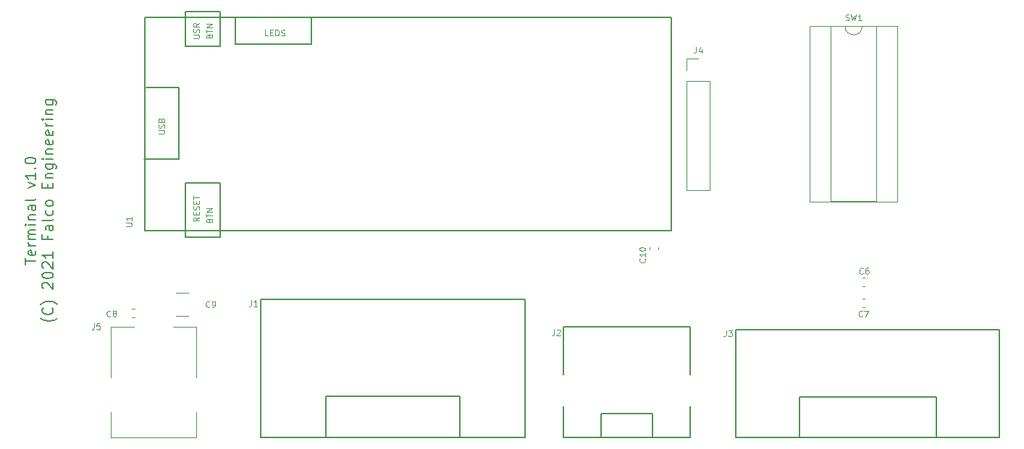
<source format=gto>
G04 #@! TF.GenerationSoftware,KiCad,Pcbnew,5.1.9-1.fc33*
G04 #@! TF.CreationDate,2021-03-13T13:31:44-05:00*
G04 #@! TF.ProjectId,terminal,7465726d-696e-4616-9c2e-6b696361645f,rev?*
G04 #@! TF.SameCoordinates,Original*
G04 #@! TF.FileFunction,Legend,Top*
G04 #@! TF.FilePolarity,Positive*
%FSLAX46Y46*%
G04 Gerber Fmt 4.6, Leading zero omitted, Abs format (unit mm)*
G04 Created by KiCad (PCBNEW 5.1.9-1.fc33) date 2021-03-13 13:31:44*
%MOMM*%
%LPD*%
G01*
G04 APERTURE LIST*
%ADD10C,0.150000*%
%ADD11C,0.120000*%
%ADD12C,0.127000*%
%ADD13C,0.152400*%
%ADD14C,0.100000*%
G04 APERTURE END LIST*
D10*
X36002976Y-129709523D02*
X36002976Y-128995238D01*
X37252976Y-129352380D02*
X36002976Y-129352380D01*
X37193452Y-128102380D02*
X37252976Y-128221428D01*
X37252976Y-128459523D01*
X37193452Y-128578571D01*
X37074404Y-128638095D01*
X36598214Y-128638095D01*
X36479166Y-128578571D01*
X36419642Y-128459523D01*
X36419642Y-128221428D01*
X36479166Y-128102380D01*
X36598214Y-128042857D01*
X36717261Y-128042857D01*
X36836309Y-128638095D01*
X37252976Y-127507142D02*
X36419642Y-127507142D01*
X36657738Y-127507142D02*
X36538690Y-127447619D01*
X36479166Y-127388095D01*
X36419642Y-127269047D01*
X36419642Y-127150000D01*
X37252976Y-126733333D02*
X36419642Y-126733333D01*
X36538690Y-126733333D02*
X36479166Y-126673809D01*
X36419642Y-126554761D01*
X36419642Y-126376190D01*
X36479166Y-126257142D01*
X36598214Y-126197619D01*
X37252976Y-126197619D01*
X36598214Y-126197619D02*
X36479166Y-126138095D01*
X36419642Y-126019047D01*
X36419642Y-125840476D01*
X36479166Y-125721428D01*
X36598214Y-125661904D01*
X37252976Y-125661904D01*
X37252976Y-125066666D02*
X36419642Y-125066666D01*
X36002976Y-125066666D02*
X36062500Y-125126190D01*
X36122023Y-125066666D01*
X36062500Y-125007142D01*
X36002976Y-125066666D01*
X36122023Y-125066666D01*
X36419642Y-124471428D02*
X37252976Y-124471428D01*
X36538690Y-124471428D02*
X36479166Y-124411904D01*
X36419642Y-124292857D01*
X36419642Y-124114285D01*
X36479166Y-123995238D01*
X36598214Y-123935714D01*
X37252976Y-123935714D01*
X37252976Y-122804761D02*
X36598214Y-122804761D01*
X36479166Y-122864285D01*
X36419642Y-122983333D01*
X36419642Y-123221428D01*
X36479166Y-123340476D01*
X37193452Y-122804761D02*
X37252976Y-122923809D01*
X37252976Y-123221428D01*
X37193452Y-123340476D01*
X37074404Y-123400000D01*
X36955357Y-123400000D01*
X36836309Y-123340476D01*
X36776785Y-123221428D01*
X36776785Y-122923809D01*
X36717261Y-122804761D01*
X37252976Y-122030952D02*
X37193452Y-122150000D01*
X37074404Y-122209523D01*
X36002976Y-122209523D01*
X36419642Y-120721428D02*
X37252976Y-120423809D01*
X36419642Y-120126190D01*
X37252976Y-118995238D02*
X37252976Y-119709523D01*
X37252976Y-119352380D02*
X36002976Y-119352380D01*
X36181547Y-119471428D01*
X36300595Y-119590476D01*
X36360119Y-119709523D01*
X37133928Y-118459523D02*
X37193452Y-118400000D01*
X37252976Y-118459523D01*
X37193452Y-118519047D01*
X37133928Y-118459523D01*
X37252976Y-118459523D01*
X36002976Y-117626190D02*
X36002976Y-117507142D01*
X36062500Y-117388095D01*
X36122023Y-117328571D01*
X36241071Y-117269047D01*
X36479166Y-117209523D01*
X36776785Y-117209523D01*
X37014880Y-117269047D01*
X37133928Y-117328571D01*
X37193452Y-117388095D01*
X37252976Y-117507142D01*
X37252976Y-117626190D01*
X37193452Y-117745238D01*
X37133928Y-117804761D01*
X37014880Y-117864285D01*
X36776785Y-117923809D01*
X36479166Y-117923809D01*
X36241071Y-117864285D01*
X36122023Y-117804761D01*
X36062500Y-117745238D01*
X36002976Y-117626190D01*
X39754166Y-135989285D02*
X39694642Y-136048809D01*
X39516071Y-136167857D01*
X39397023Y-136227380D01*
X39218452Y-136286904D01*
X38920833Y-136346428D01*
X38682738Y-136346428D01*
X38385119Y-136286904D01*
X38206547Y-136227380D01*
X38087500Y-136167857D01*
X37908928Y-136048809D01*
X37849404Y-135989285D01*
X39158928Y-134798809D02*
X39218452Y-134858333D01*
X39277976Y-135036904D01*
X39277976Y-135155952D01*
X39218452Y-135334523D01*
X39099404Y-135453571D01*
X38980357Y-135513095D01*
X38742261Y-135572619D01*
X38563690Y-135572619D01*
X38325595Y-135513095D01*
X38206547Y-135453571D01*
X38087500Y-135334523D01*
X38027976Y-135155952D01*
X38027976Y-135036904D01*
X38087500Y-134858333D01*
X38147023Y-134798809D01*
X39754166Y-134382142D02*
X39694642Y-134322619D01*
X39516071Y-134203571D01*
X39397023Y-134144047D01*
X39218452Y-134084523D01*
X38920833Y-134025000D01*
X38682738Y-134025000D01*
X38385119Y-134084523D01*
X38206547Y-134144047D01*
X38087500Y-134203571D01*
X37908928Y-134322619D01*
X37849404Y-134382142D01*
X38147023Y-132536904D02*
X38087500Y-132477380D01*
X38027976Y-132358333D01*
X38027976Y-132060714D01*
X38087500Y-131941666D01*
X38147023Y-131882142D01*
X38266071Y-131822619D01*
X38385119Y-131822619D01*
X38563690Y-131882142D01*
X39277976Y-132596428D01*
X39277976Y-131822619D01*
X38027976Y-131048809D02*
X38027976Y-130929761D01*
X38087500Y-130810714D01*
X38147023Y-130751190D01*
X38266071Y-130691666D01*
X38504166Y-130632142D01*
X38801785Y-130632142D01*
X39039880Y-130691666D01*
X39158928Y-130751190D01*
X39218452Y-130810714D01*
X39277976Y-130929761D01*
X39277976Y-131048809D01*
X39218452Y-131167857D01*
X39158928Y-131227380D01*
X39039880Y-131286904D01*
X38801785Y-131346428D01*
X38504166Y-131346428D01*
X38266071Y-131286904D01*
X38147023Y-131227380D01*
X38087500Y-131167857D01*
X38027976Y-131048809D01*
X38147023Y-130155952D02*
X38087500Y-130096428D01*
X38027976Y-129977380D01*
X38027976Y-129679761D01*
X38087500Y-129560714D01*
X38147023Y-129501190D01*
X38266071Y-129441666D01*
X38385119Y-129441666D01*
X38563690Y-129501190D01*
X39277976Y-130215476D01*
X39277976Y-129441666D01*
X39277976Y-128251190D02*
X39277976Y-128965476D01*
X39277976Y-128608333D02*
X38027976Y-128608333D01*
X38206547Y-128727380D01*
X38325595Y-128846428D01*
X38385119Y-128965476D01*
X38623214Y-126346428D02*
X38623214Y-126763095D01*
X39277976Y-126763095D02*
X38027976Y-126763095D01*
X38027976Y-126167857D01*
X39277976Y-125155952D02*
X38623214Y-125155952D01*
X38504166Y-125215476D01*
X38444642Y-125334523D01*
X38444642Y-125572619D01*
X38504166Y-125691666D01*
X39218452Y-125155952D02*
X39277976Y-125275000D01*
X39277976Y-125572619D01*
X39218452Y-125691666D01*
X39099404Y-125751190D01*
X38980357Y-125751190D01*
X38861309Y-125691666D01*
X38801785Y-125572619D01*
X38801785Y-125275000D01*
X38742261Y-125155952D01*
X39277976Y-124382142D02*
X39218452Y-124501190D01*
X39099404Y-124560714D01*
X38027976Y-124560714D01*
X39218452Y-123370238D02*
X39277976Y-123489285D01*
X39277976Y-123727380D01*
X39218452Y-123846428D01*
X39158928Y-123905952D01*
X39039880Y-123965476D01*
X38682738Y-123965476D01*
X38563690Y-123905952D01*
X38504166Y-123846428D01*
X38444642Y-123727380D01*
X38444642Y-123489285D01*
X38504166Y-123370238D01*
X39277976Y-122655952D02*
X39218452Y-122775000D01*
X39158928Y-122834523D01*
X39039880Y-122894047D01*
X38682738Y-122894047D01*
X38563690Y-122834523D01*
X38504166Y-122775000D01*
X38444642Y-122655952D01*
X38444642Y-122477380D01*
X38504166Y-122358333D01*
X38563690Y-122298809D01*
X38682738Y-122239285D01*
X39039880Y-122239285D01*
X39158928Y-122298809D01*
X39218452Y-122358333D01*
X39277976Y-122477380D01*
X39277976Y-122655952D01*
X38623214Y-120751190D02*
X38623214Y-120334523D01*
X39277976Y-120155952D02*
X39277976Y-120751190D01*
X38027976Y-120751190D01*
X38027976Y-120155952D01*
X38444642Y-119620238D02*
X39277976Y-119620238D01*
X38563690Y-119620238D02*
X38504166Y-119560714D01*
X38444642Y-119441666D01*
X38444642Y-119263095D01*
X38504166Y-119144047D01*
X38623214Y-119084523D01*
X39277976Y-119084523D01*
X38444642Y-117953571D02*
X39456547Y-117953571D01*
X39575595Y-118013095D01*
X39635119Y-118072619D01*
X39694642Y-118191666D01*
X39694642Y-118370238D01*
X39635119Y-118489285D01*
X39218452Y-117953571D02*
X39277976Y-118072619D01*
X39277976Y-118310714D01*
X39218452Y-118429761D01*
X39158928Y-118489285D01*
X39039880Y-118548809D01*
X38682738Y-118548809D01*
X38563690Y-118489285D01*
X38504166Y-118429761D01*
X38444642Y-118310714D01*
X38444642Y-118072619D01*
X38504166Y-117953571D01*
X39277976Y-117358333D02*
X38444642Y-117358333D01*
X38027976Y-117358333D02*
X38087500Y-117417857D01*
X38147023Y-117358333D01*
X38087500Y-117298809D01*
X38027976Y-117358333D01*
X38147023Y-117358333D01*
X38444642Y-116763095D02*
X39277976Y-116763095D01*
X38563690Y-116763095D02*
X38504166Y-116703571D01*
X38444642Y-116584523D01*
X38444642Y-116405952D01*
X38504166Y-116286904D01*
X38623214Y-116227380D01*
X39277976Y-116227380D01*
X39218452Y-115155952D02*
X39277976Y-115275000D01*
X39277976Y-115513095D01*
X39218452Y-115632142D01*
X39099404Y-115691666D01*
X38623214Y-115691666D01*
X38504166Y-115632142D01*
X38444642Y-115513095D01*
X38444642Y-115275000D01*
X38504166Y-115155952D01*
X38623214Y-115096428D01*
X38742261Y-115096428D01*
X38861309Y-115691666D01*
X39218452Y-114084523D02*
X39277976Y-114203571D01*
X39277976Y-114441666D01*
X39218452Y-114560714D01*
X39099404Y-114620238D01*
X38623214Y-114620238D01*
X38504166Y-114560714D01*
X38444642Y-114441666D01*
X38444642Y-114203571D01*
X38504166Y-114084523D01*
X38623214Y-114025000D01*
X38742261Y-114025000D01*
X38861309Y-114620238D01*
X39277976Y-113489285D02*
X38444642Y-113489285D01*
X38682738Y-113489285D02*
X38563690Y-113429761D01*
X38504166Y-113370238D01*
X38444642Y-113251190D01*
X38444642Y-113132142D01*
X39277976Y-112715476D02*
X38444642Y-112715476D01*
X38027976Y-112715476D02*
X38087500Y-112775000D01*
X38147023Y-112715476D01*
X38087500Y-112655952D01*
X38027976Y-112715476D01*
X38147023Y-112715476D01*
X38444642Y-112120238D02*
X39277976Y-112120238D01*
X38563690Y-112120238D02*
X38504166Y-112060714D01*
X38444642Y-111941666D01*
X38444642Y-111763095D01*
X38504166Y-111644047D01*
X38623214Y-111584523D01*
X39277976Y-111584523D01*
X38444642Y-110453571D02*
X39456547Y-110453571D01*
X39575595Y-110513095D01*
X39635119Y-110572619D01*
X39694642Y-110691666D01*
X39694642Y-110870238D01*
X39635119Y-110989285D01*
X39218452Y-110453571D02*
X39277976Y-110572619D01*
X39277976Y-110810714D01*
X39218452Y-110929761D01*
X39158928Y-110989285D01*
X39039880Y-111048809D01*
X38682738Y-111048809D01*
X38563690Y-110989285D01*
X38504166Y-110929761D01*
X38444642Y-110810714D01*
X38444642Y-110572619D01*
X38504166Y-110453571D01*
D11*
G04 #@! TO.C,J5*
X46000000Y-142950000D02*
X46000000Y-137000000D01*
X46000000Y-137000000D02*
X48700000Y-137000000D01*
X53300000Y-137000000D02*
X56000000Y-137000000D01*
X56000000Y-137000000D02*
X56000000Y-142950000D01*
X56000000Y-147050000D02*
X56000000Y-150000000D01*
X56000000Y-150000000D02*
X46000000Y-150000000D01*
X46000000Y-150000000D02*
X46000000Y-147050000D01*
D12*
G04 #@! TO.C,J3*
X142521000Y-145250000D02*
X142521000Y-150000000D01*
X126521000Y-145250000D02*
X142521000Y-145250000D01*
X126521000Y-150000000D02*
X126521000Y-145250000D01*
X119116000Y-137400000D02*
X119116000Y-150000000D01*
X149926000Y-137400000D02*
X149926000Y-150000000D01*
X149926000Y-137400000D02*
X119116000Y-137400000D01*
X149926000Y-150000000D02*
X119116000Y-150000000D01*
D13*
G04 #@! TO.C,J2*
X98927000Y-137000000D02*
X98927000Y-142600000D01*
X98927000Y-150000000D02*
X98927000Y-146300000D01*
X113727000Y-137000000D02*
X113727000Y-142600000D01*
X113727000Y-150000000D02*
X113727000Y-146300000D01*
D12*
X98927000Y-137000000D02*
X113727000Y-137000000D01*
X113727000Y-150000000D02*
X98927000Y-150000000D01*
X109327000Y-150000000D02*
X109327000Y-147150000D01*
X109327000Y-147150000D02*
X103327000Y-147150000D01*
X103327000Y-147150000D02*
X103327000Y-150000000D01*
G04 #@! TO.C,J1*
X63580000Y-133780000D02*
X63580000Y-150000000D01*
X94420000Y-133780000D02*
X63580000Y-133780000D01*
X94420000Y-150000000D02*
X94420000Y-133780000D01*
X63580000Y-150000000D02*
X94420000Y-150000000D01*
X71200000Y-150000000D02*
X71200000Y-145170000D01*
X71200000Y-145170000D02*
X86800000Y-145170000D01*
X86800000Y-145170000D02*
X86800000Y-150000000D01*
G04 #@! TO.C,U1*
X69516000Y-103892000D02*
X69516000Y-100844000D01*
X60626000Y-103892000D02*
X69516000Y-103892000D01*
X60626000Y-100844000D02*
X60626000Y-103892000D01*
X54784000Y-120148000D02*
X54784000Y-126498000D01*
X58848000Y-120148000D02*
X54784000Y-120148000D01*
X58848000Y-126498000D02*
X58848000Y-120148000D01*
X54784000Y-126498000D02*
X58848000Y-126498000D01*
X58848000Y-104146000D02*
X58848000Y-100082000D01*
X54784000Y-104146000D02*
X58848000Y-104146000D01*
X54784000Y-100082000D02*
X54784000Y-104146000D01*
X58848000Y-100082000D02*
X54784000Y-100082000D01*
X54022000Y-108972000D02*
X50212000Y-108972000D01*
X54022000Y-117354000D02*
X54022000Y-108972000D01*
X49958000Y-117354000D02*
X54022000Y-117354000D01*
X50034200Y-125786800D02*
X50034200Y-100773642D01*
X50034200Y-100786342D02*
X111527600Y-100786342D01*
X111527600Y-100786342D02*
X111527600Y-125786800D01*
X111527600Y-125786800D02*
X50034200Y-125786800D01*
D11*
G04 #@! TO.C,C6*
X133891233Y-131290000D02*
X134183767Y-131290000D01*
X133891233Y-132310000D02*
X134183767Y-132310000D01*
G04 #@! TO.C,C7*
X133891233Y-133690000D02*
X134183767Y-133690000D01*
X133891233Y-134710000D02*
X134183767Y-134710000D01*
G04 #@! TO.C,C8*
X48808767Y-134890000D02*
X48516233Y-134890000D01*
X48808767Y-135910000D02*
X48516233Y-135910000D01*
G04 #@! TO.C,C9*
X53651248Y-135760000D02*
X55073752Y-135760000D01*
X53651248Y-133040000D02*
X55073752Y-133040000D01*
G04 #@! TO.C,J4*
X113370000Y-105650000D02*
X114700000Y-105650000D01*
X113370000Y-106980000D02*
X113370000Y-105650000D01*
X113370000Y-108250000D02*
X116030000Y-108250000D01*
X116030000Y-108250000D02*
X116030000Y-121010000D01*
X113370000Y-108250000D02*
X113370000Y-121010000D01*
X113370000Y-121010000D02*
X116030000Y-121010000D01*
G04 #@! TO.C,SW1*
X138020000Y-101770000D02*
X127740000Y-101770000D01*
X138020000Y-122330000D02*
X138020000Y-101770000D01*
X127740000Y-122330000D02*
X138020000Y-122330000D01*
X127740000Y-101770000D02*
X127740000Y-122330000D01*
X135530000Y-101830000D02*
X133880000Y-101830000D01*
X135530000Y-122270000D02*
X135530000Y-101830000D01*
X130230000Y-122270000D02*
X135530000Y-122270000D01*
X130230000Y-101830000D02*
X130230000Y-122270000D01*
X131880000Y-101830000D02*
X130230000Y-101830000D01*
X133880000Y-101830000D02*
G75*
G02*
X131880000Y-101830000I-1000000J0D01*
G01*
G04 #@! TO.C,C10*
X110010000Y-127691233D02*
X110010000Y-127983767D01*
X108990000Y-127691233D02*
X108990000Y-127983767D01*
G04 #@! TO.C,J5*
D14*
X44066666Y-136616666D02*
X44066666Y-137116666D01*
X44033333Y-137216666D01*
X43966666Y-137283333D01*
X43866666Y-137316666D01*
X43800000Y-137316666D01*
X44733333Y-136616666D02*
X44400000Y-136616666D01*
X44366666Y-136950000D01*
X44400000Y-136916666D01*
X44466666Y-136883333D01*
X44633333Y-136883333D01*
X44700000Y-136916666D01*
X44733333Y-136950000D01*
X44766666Y-137016666D01*
X44766666Y-137183333D01*
X44733333Y-137250000D01*
X44700000Y-137283333D01*
X44633333Y-137316666D01*
X44466666Y-137316666D01*
X44400000Y-137283333D01*
X44366666Y-137250000D01*
G04 #@! TO.C,J3*
X117966666Y-137416666D02*
X117966666Y-137916666D01*
X117933333Y-138016666D01*
X117866666Y-138083333D01*
X117766666Y-138116666D01*
X117700000Y-138116666D01*
X118233333Y-137416666D02*
X118666666Y-137416666D01*
X118433333Y-137683333D01*
X118533333Y-137683333D01*
X118600000Y-137716666D01*
X118633333Y-137750000D01*
X118666666Y-137816666D01*
X118666666Y-137983333D01*
X118633333Y-138050000D01*
X118600000Y-138083333D01*
X118533333Y-138116666D01*
X118333333Y-138116666D01*
X118266666Y-138083333D01*
X118233333Y-138050000D01*
G04 #@! TO.C,J2*
X97866666Y-137316666D02*
X97866666Y-137816666D01*
X97833333Y-137916666D01*
X97766666Y-137983333D01*
X97666666Y-138016666D01*
X97600000Y-138016666D01*
X98166666Y-137383333D02*
X98200000Y-137350000D01*
X98266666Y-137316666D01*
X98433333Y-137316666D01*
X98500000Y-137350000D01*
X98533333Y-137383333D01*
X98566666Y-137450000D01*
X98566666Y-137516666D01*
X98533333Y-137616666D01*
X98133333Y-138016666D01*
X98566666Y-138016666D01*
G04 #@! TO.C,J1*
X62466666Y-133916666D02*
X62466666Y-134416666D01*
X62433333Y-134516666D01*
X62366666Y-134583333D01*
X62266666Y-134616666D01*
X62200000Y-134616666D01*
X63166666Y-134616666D02*
X62766666Y-134616666D01*
X62966666Y-134616666D02*
X62966666Y-133916666D01*
X62900000Y-134016666D01*
X62833333Y-134083333D01*
X62766666Y-134116666D01*
G04 #@! TO.C,U1*
X47796666Y-125253333D02*
X48363333Y-125253333D01*
X48430000Y-125220000D01*
X48463333Y-125186666D01*
X48496666Y-125120000D01*
X48496666Y-124986666D01*
X48463333Y-124920000D01*
X48430000Y-124886666D01*
X48363333Y-124853333D01*
X47796666Y-124853333D01*
X48496666Y-124153333D02*
X48496666Y-124553333D01*
X48496666Y-124353333D02*
X47796666Y-124353333D01*
X47896666Y-124420000D01*
X47963333Y-124486666D01*
X47996666Y-124553333D01*
X64414666Y-102938666D02*
X64081333Y-102938666D01*
X64081333Y-102238666D01*
X64648000Y-102572000D02*
X64881333Y-102572000D01*
X64981333Y-102938666D02*
X64648000Y-102938666D01*
X64648000Y-102238666D01*
X64981333Y-102238666D01*
X65281333Y-102938666D02*
X65281333Y-102238666D01*
X65448000Y-102238666D01*
X65548000Y-102272000D01*
X65614666Y-102338666D01*
X65648000Y-102405333D01*
X65681333Y-102538666D01*
X65681333Y-102638666D01*
X65648000Y-102772000D01*
X65614666Y-102838666D01*
X65548000Y-102905333D01*
X65448000Y-102938666D01*
X65281333Y-102938666D01*
X65948000Y-102905333D02*
X66048000Y-102938666D01*
X66214666Y-102938666D01*
X66281333Y-102905333D01*
X66314666Y-102872000D01*
X66348000Y-102805333D01*
X66348000Y-102738666D01*
X66314666Y-102672000D01*
X66281333Y-102638666D01*
X66214666Y-102605333D01*
X66081333Y-102572000D01*
X66014666Y-102538666D01*
X65981333Y-102505333D01*
X65948000Y-102438666D01*
X65948000Y-102372000D01*
X65981333Y-102305333D01*
X66014666Y-102272000D01*
X66081333Y-102238666D01*
X66248000Y-102238666D01*
X66348000Y-102272000D01*
X57528000Y-124541333D02*
X57561333Y-124441333D01*
X57594666Y-124408000D01*
X57661333Y-124374666D01*
X57761333Y-124374666D01*
X57828000Y-124408000D01*
X57861333Y-124441333D01*
X57894666Y-124508000D01*
X57894666Y-124774666D01*
X57194666Y-124774666D01*
X57194666Y-124541333D01*
X57228000Y-124474666D01*
X57261333Y-124441333D01*
X57328000Y-124408000D01*
X57394666Y-124408000D01*
X57461333Y-124441333D01*
X57494666Y-124474666D01*
X57528000Y-124541333D01*
X57528000Y-124774666D01*
X57194666Y-124174666D02*
X57194666Y-123774666D01*
X57894666Y-123974666D02*
X57194666Y-123974666D01*
X57894666Y-123541333D02*
X57194666Y-123541333D01*
X57894666Y-123141333D01*
X57194666Y-123141333D01*
X56370666Y-124212666D02*
X56037333Y-124446000D01*
X56370666Y-124612666D02*
X55670666Y-124612666D01*
X55670666Y-124346000D01*
X55704000Y-124279333D01*
X55737333Y-124246000D01*
X55804000Y-124212666D01*
X55904000Y-124212666D01*
X55970666Y-124246000D01*
X56004000Y-124279333D01*
X56037333Y-124346000D01*
X56037333Y-124612666D01*
X56004000Y-123912666D02*
X56004000Y-123679333D01*
X56370666Y-123579333D02*
X56370666Y-123912666D01*
X55670666Y-123912666D01*
X55670666Y-123579333D01*
X56337333Y-123312666D02*
X56370666Y-123212666D01*
X56370666Y-123046000D01*
X56337333Y-122979333D01*
X56304000Y-122946000D01*
X56237333Y-122912666D01*
X56170666Y-122912666D01*
X56104000Y-122946000D01*
X56070666Y-122979333D01*
X56037333Y-123046000D01*
X56004000Y-123179333D01*
X55970666Y-123246000D01*
X55937333Y-123279333D01*
X55870666Y-123312666D01*
X55804000Y-123312666D01*
X55737333Y-123279333D01*
X55704000Y-123246000D01*
X55670666Y-123179333D01*
X55670666Y-123012666D01*
X55704000Y-122912666D01*
X56004000Y-122612666D02*
X56004000Y-122379333D01*
X56370666Y-122279333D02*
X56370666Y-122612666D01*
X55670666Y-122612666D01*
X55670666Y-122279333D01*
X55670666Y-122079333D02*
X55670666Y-121679333D01*
X56370666Y-121879333D02*
X55670666Y-121879333D01*
X57528000Y-102951333D02*
X57561333Y-102851333D01*
X57594666Y-102818000D01*
X57661333Y-102784666D01*
X57761333Y-102784666D01*
X57828000Y-102818000D01*
X57861333Y-102851333D01*
X57894666Y-102918000D01*
X57894666Y-103184666D01*
X57194666Y-103184666D01*
X57194666Y-102951333D01*
X57228000Y-102884666D01*
X57261333Y-102851333D01*
X57328000Y-102818000D01*
X57394666Y-102818000D01*
X57461333Y-102851333D01*
X57494666Y-102884666D01*
X57528000Y-102951333D01*
X57528000Y-103184666D01*
X57194666Y-102584666D02*
X57194666Y-102184666D01*
X57894666Y-102384666D02*
X57194666Y-102384666D01*
X57894666Y-101951333D02*
X57194666Y-101951333D01*
X57894666Y-101551333D01*
X57194666Y-101551333D01*
X55670666Y-103251333D02*
X56237333Y-103251333D01*
X56304000Y-103218000D01*
X56337333Y-103184666D01*
X56370666Y-103118000D01*
X56370666Y-102984666D01*
X56337333Y-102918000D01*
X56304000Y-102884666D01*
X56237333Y-102851333D01*
X55670666Y-102851333D01*
X56337333Y-102551333D02*
X56370666Y-102451333D01*
X56370666Y-102284666D01*
X56337333Y-102218000D01*
X56304000Y-102184666D01*
X56237333Y-102151333D01*
X56170666Y-102151333D01*
X56104000Y-102184666D01*
X56070666Y-102218000D01*
X56037333Y-102284666D01*
X56004000Y-102418000D01*
X55970666Y-102484666D01*
X55937333Y-102518000D01*
X55870666Y-102551333D01*
X55804000Y-102551333D01*
X55737333Y-102518000D01*
X55704000Y-102484666D01*
X55670666Y-102418000D01*
X55670666Y-102251333D01*
X55704000Y-102151333D01*
X56370666Y-101451333D02*
X56037333Y-101684666D01*
X56370666Y-101851333D02*
X55670666Y-101851333D01*
X55670666Y-101584666D01*
X55704000Y-101518000D01*
X55737333Y-101484666D01*
X55804000Y-101451333D01*
X55904000Y-101451333D01*
X55970666Y-101484666D01*
X56004000Y-101518000D01*
X56037333Y-101584666D01*
X56037333Y-101851333D01*
X51606666Y-114427333D02*
X52173333Y-114427333D01*
X52240000Y-114394000D01*
X52273333Y-114360666D01*
X52306666Y-114294000D01*
X52306666Y-114160666D01*
X52273333Y-114094000D01*
X52240000Y-114060666D01*
X52173333Y-114027333D01*
X51606666Y-114027333D01*
X52273333Y-113727333D02*
X52306666Y-113627333D01*
X52306666Y-113460666D01*
X52273333Y-113394000D01*
X52240000Y-113360666D01*
X52173333Y-113327333D01*
X52106666Y-113327333D01*
X52040000Y-113360666D01*
X52006666Y-113394000D01*
X51973333Y-113460666D01*
X51940000Y-113594000D01*
X51906666Y-113660666D01*
X51873333Y-113694000D01*
X51806666Y-113727333D01*
X51740000Y-113727333D01*
X51673333Y-113694000D01*
X51640000Y-113660666D01*
X51606666Y-113594000D01*
X51606666Y-113427333D01*
X51640000Y-113327333D01*
X51940000Y-112794000D02*
X51973333Y-112694000D01*
X52006666Y-112660666D01*
X52073333Y-112627333D01*
X52173333Y-112627333D01*
X52240000Y-112660666D01*
X52273333Y-112694000D01*
X52306666Y-112760666D01*
X52306666Y-113027333D01*
X51606666Y-113027333D01*
X51606666Y-112794000D01*
X51640000Y-112727333D01*
X51673333Y-112694000D01*
X51740000Y-112660666D01*
X51806666Y-112660666D01*
X51873333Y-112694000D01*
X51906666Y-112727333D01*
X51940000Y-112794000D01*
X51940000Y-113027333D01*
G04 #@! TO.C,C6*
X133983333Y-130750000D02*
X133950000Y-130783333D01*
X133850000Y-130816666D01*
X133783333Y-130816666D01*
X133683333Y-130783333D01*
X133616666Y-130716666D01*
X133583333Y-130650000D01*
X133550000Y-130516666D01*
X133550000Y-130416666D01*
X133583333Y-130283333D01*
X133616666Y-130216666D01*
X133683333Y-130150000D01*
X133783333Y-130116666D01*
X133850000Y-130116666D01*
X133950000Y-130150000D01*
X133983333Y-130183333D01*
X134583333Y-130116666D02*
X134450000Y-130116666D01*
X134383333Y-130150000D01*
X134350000Y-130183333D01*
X134283333Y-130283333D01*
X134250000Y-130416666D01*
X134250000Y-130683333D01*
X134283333Y-130750000D01*
X134316666Y-130783333D01*
X134383333Y-130816666D01*
X134516666Y-130816666D01*
X134583333Y-130783333D01*
X134616666Y-130750000D01*
X134650000Y-130683333D01*
X134650000Y-130516666D01*
X134616666Y-130450000D01*
X134583333Y-130416666D01*
X134516666Y-130383333D01*
X134383333Y-130383333D01*
X134316666Y-130416666D01*
X134283333Y-130450000D01*
X134250000Y-130516666D01*
G04 #@! TO.C,C7*
X133883333Y-135750000D02*
X133850000Y-135783333D01*
X133750000Y-135816666D01*
X133683333Y-135816666D01*
X133583333Y-135783333D01*
X133516666Y-135716666D01*
X133483333Y-135650000D01*
X133450000Y-135516666D01*
X133450000Y-135416666D01*
X133483333Y-135283333D01*
X133516666Y-135216666D01*
X133583333Y-135150000D01*
X133683333Y-135116666D01*
X133750000Y-135116666D01*
X133850000Y-135150000D01*
X133883333Y-135183333D01*
X134116666Y-135116666D02*
X134583333Y-135116666D01*
X134283333Y-135816666D01*
G04 #@! TO.C,C8*
X45983333Y-135750000D02*
X45950000Y-135783333D01*
X45850000Y-135816666D01*
X45783333Y-135816666D01*
X45683333Y-135783333D01*
X45616666Y-135716666D01*
X45583333Y-135650000D01*
X45550000Y-135516666D01*
X45550000Y-135416666D01*
X45583333Y-135283333D01*
X45616666Y-135216666D01*
X45683333Y-135150000D01*
X45783333Y-135116666D01*
X45850000Y-135116666D01*
X45950000Y-135150000D01*
X45983333Y-135183333D01*
X46383333Y-135416666D02*
X46316666Y-135383333D01*
X46283333Y-135350000D01*
X46250000Y-135283333D01*
X46250000Y-135250000D01*
X46283333Y-135183333D01*
X46316666Y-135150000D01*
X46383333Y-135116666D01*
X46516666Y-135116666D01*
X46583333Y-135150000D01*
X46616666Y-135183333D01*
X46650000Y-135250000D01*
X46650000Y-135283333D01*
X46616666Y-135350000D01*
X46583333Y-135383333D01*
X46516666Y-135416666D01*
X46383333Y-135416666D01*
X46316666Y-135450000D01*
X46283333Y-135483333D01*
X46250000Y-135550000D01*
X46250000Y-135683333D01*
X46283333Y-135750000D01*
X46316666Y-135783333D01*
X46383333Y-135816666D01*
X46516666Y-135816666D01*
X46583333Y-135783333D01*
X46616666Y-135750000D01*
X46650000Y-135683333D01*
X46650000Y-135550000D01*
X46616666Y-135483333D01*
X46583333Y-135450000D01*
X46516666Y-135416666D01*
G04 #@! TO.C,C9*
X57583333Y-134650000D02*
X57550000Y-134683333D01*
X57450000Y-134716666D01*
X57383333Y-134716666D01*
X57283333Y-134683333D01*
X57216666Y-134616666D01*
X57183333Y-134550000D01*
X57150000Y-134416666D01*
X57150000Y-134316666D01*
X57183333Y-134183333D01*
X57216666Y-134116666D01*
X57283333Y-134050000D01*
X57383333Y-134016666D01*
X57450000Y-134016666D01*
X57550000Y-134050000D01*
X57583333Y-134083333D01*
X57916666Y-134716666D02*
X58050000Y-134716666D01*
X58116666Y-134683333D01*
X58150000Y-134650000D01*
X58216666Y-134550000D01*
X58250000Y-134416666D01*
X58250000Y-134150000D01*
X58216666Y-134083333D01*
X58183333Y-134050000D01*
X58116666Y-134016666D01*
X57983333Y-134016666D01*
X57916666Y-134050000D01*
X57883333Y-134083333D01*
X57850000Y-134150000D01*
X57850000Y-134316666D01*
X57883333Y-134383333D01*
X57916666Y-134416666D01*
X57983333Y-134450000D01*
X58116666Y-134450000D01*
X58183333Y-134416666D01*
X58216666Y-134383333D01*
X58250000Y-134316666D01*
G04 #@! TO.C,J4*
X114466666Y-104266666D02*
X114466666Y-104766666D01*
X114433333Y-104866666D01*
X114366666Y-104933333D01*
X114266666Y-104966666D01*
X114200000Y-104966666D01*
X115100000Y-104500000D02*
X115100000Y-104966666D01*
X114933333Y-104233333D02*
X114766666Y-104733333D01*
X115200000Y-104733333D01*
G04 #@! TO.C,SW1*
X131946666Y-101113333D02*
X132046666Y-101146666D01*
X132213333Y-101146666D01*
X132280000Y-101113333D01*
X132313333Y-101080000D01*
X132346666Y-101013333D01*
X132346666Y-100946666D01*
X132313333Y-100880000D01*
X132280000Y-100846666D01*
X132213333Y-100813333D01*
X132080000Y-100780000D01*
X132013333Y-100746666D01*
X131980000Y-100713333D01*
X131946666Y-100646666D01*
X131946666Y-100580000D01*
X131980000Y-100513333D01*
X132013333Y-100480000D01*
X132080000Y-100446666D01*
X132246666Y-100446666D01*
X132346666Y-100480000D01*
X132580000Y-100446666D02*
X132746666Y-101146666D01*
X132880000Y-100646666D01*
X133013333Y-101146666D01*
X133180000Y-100446666D01*
X133813333Y-101146666D02*
X133413333Y-101146666D01*
X133613333Y-101146666D02*
X133613333Y-100446666D01*
X133546666Y-100546666D01*
X133480000Y-100613333D01*
X133413333Y-100646666D01*
G04 #@! TO.C,C10*
X108450000Y-129050000D02*
X108483333Y-129083333D01*
X108516666Y-129183333D01*
X108516666Y-129250000D01*
X108483333Y-129350000D01*
X108416666Y-129416666D01*
X108350000Y-129450000D01*
X108216666Y-129483333D01*
X108116666Y-129483333D01*
X107983333Y-129450000D01*
X107916666Y-129416666D01*
X107850000Y-129350000D01*
X107816666Y-129250000D01*
X107816666Y-129183333D01*
X107850000Y-129083333D01*
X107883333Y-129050000D01*
X108516666Y-128383333D02*
X108516666Y-128783333D01*
X108516666Y-128583333D02*
X107816666Y-128583333D01*
X107916666Y-128650000D01*
X107983333Y-128716666D01*
X108016666Y-128783333D01*
X107816666Y-127950000D02*
X107816666Y-127883333D01*
X107850000Y-127816666D01*
X107883333Y-127783333D01*
X107950000Y-127750000D01*
X108083333Y-127716666D01*
X108250000Y-127716666D01*
X108383333Y-127750000D01*
X108450000Y-127783333D01*
X108483333Y-127816666D01*
X108516666Y-127883333D01*
X108516666Y-127950000D01*
X108483333Y-128016666D01*
X108450000Y-128050000D01*
X108383333Y-128083333D01*
X108250000Y-128116666D01*
X108083333Y-128116666D01*
X107950000Y-128083333D01*
X107883333Y-128050000D01*
X107850000Y-128016666D01*
X107816666Y-127950000D01*
G04 #@! TD*
M02*

</source>
